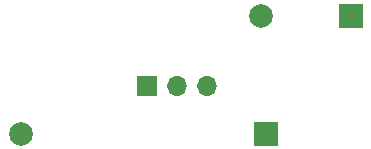
<source format=gbr>
%TF.GenerationSoftware,KiCad,Pcbnew,8.0.8*%
%TF.CreationDate,2025-02-19T12:39:33-05:00*%
%TF.ProjectId,beeping-easter-egg,62656570-696e-4672-9d65-61737465722d,rev?*%
%TF.SameCoordinates,Original*%
%TF.FileFunction,Soldermask,Bot*%
%TF.FilePolarity,Negative*%
%FSLAX46Y46*%
G04 Gerber Fmt 4.6, Leading zero omitted, Abs format (unit mm)*
G04 Created by KiCad (PCBNEW 8.0.8) date 2025-02-19 12:39:33*
%MOMM*%
%LPD*%
G01*
G04 APERTURE LIST*
%ADD10R,2.000000X2.000000*%
%ADD11C,2.000000*%
%ADD12R,1.700000X1.700000*%
%ADD13O,1.700000X1.700000*%
G04 APERTURE END LIST*
D10*
%TO.C,BZ1*%
X119000000Y-111000000D03*
D11*
X111400000Y-111000000D03*
%TD*%
D10*
%TO.C,BT1*%
X111857455Y-121000000D03*
D11*
X91057455Y-121000000D03*
%TD*%
D12*
%TO.C,SW1*%
X101763577Y-117000000D03*
D13*
X104303577Y-117000000D03*
X106843577Y-117000000D03*
%TD*%
M02*

</source>
